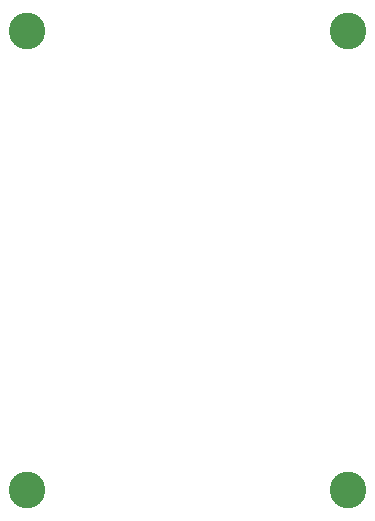
<source format=gbs>
G04 Layer: BottomSolderMaskLayer*
G04 Panelize: , Column: 2, Row: 2, Board Size: 38.1mm x 48.26mm, Panelized Board Size: 78.2mm x 98.52mm*
G04 EasyEDA v6.5.32, 2023-07-25 14:04:49*
G04 3887c47e12d84b7f82a5db968ea8f33d,5a6b42c53f6a479593ecc07194224c93,10*
G04 Gerber Generator version 0.2*
G04 Scale: 100 percent, Rotated: No, Reflected: No *
G04 Dimensions in millimeters *
G04 leading zeros omitted , absolute positions ,4 integer and 5 decimal *
%FSLAX45Y45*%
%MOMM*%

%ADD10C,3.1016*%

%LPD*%
D10*
G01*
X543991Y1663700D03*
G01*
X3258997Y5553684D03*
G01*
X3258997Y1663700D03*
G01*
X543991Y5553684D03*
M02*

</source>
